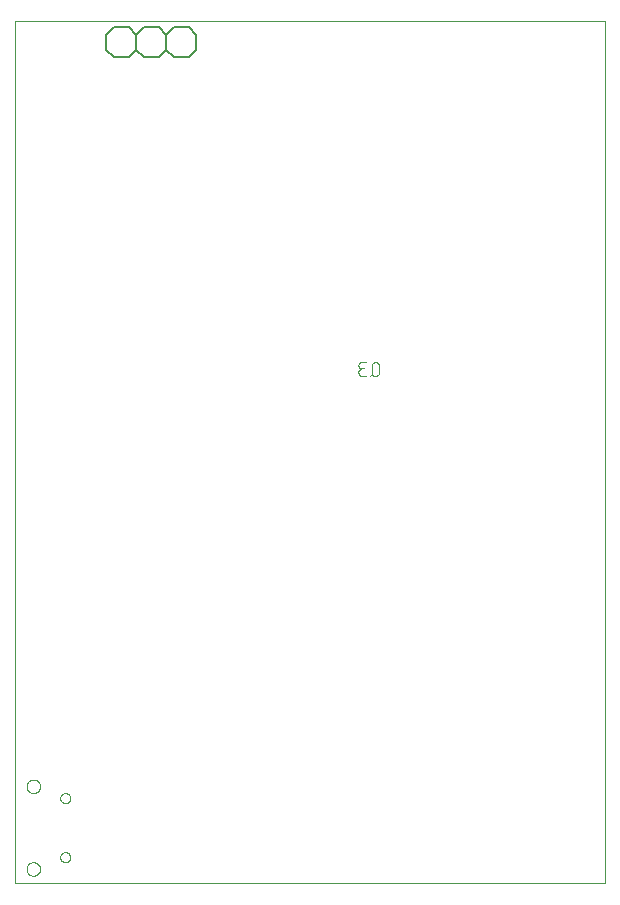
<source format=gbo>
G75*
%MOIN*%
%OFA0B0*%
%FSLAX25Y25*%
%IPPOS*%
%LPD*%
%AMOC8*
5,1,8,0,0,1.08239X$1,22.5*
%
%ADD10C,0.00000*%
%ADD11C,0.00600*%
%ADD12C,0.00400*%
D10*
X0001300Y0001300D02*
X0001300Y0288702D01*
X0198150Y0288702D01*
X0198150Y0001300D01*
X0001300Y0001300D01*
X0005228Y0006117D02*
X0005230Y0006212D01*
X0005236Y0006306D01*
X0005246Y0006401D01*
X0005260Y0006495D01*
X0005277Y0006588D01*
X0005299Y0006680D01*
X0005325Y0006771D01*
X0005354Y0006862D01*
X0005387Y0006950D01*
X0005424Y0007038D01*
X0005464Y0007124D01*
X0005508Y0007208D01*
X0005555Y0007290D01*
X0005606Y0007370D01*
X0005660Y0007448D01*
X0005718Y0007523D01*
X0005778Y0007596D01*
X0005842Y0007667D01*
X0005908Y0007735D01*
X0005977Y0007799D01*
X0006049Y0007861D01*
X0006123Y0007920D01*
X0006200Y0007976D01*
X0006279Y0008029D01*
X0006360Y0008078D01*
X0006443Y0008123D01*
X0006528Y0008166D01*
X0006615Y0008204D01*
X0006703Y0008239D01*
X0006792Y0008270D01*
X0006883Y0008298D01*
X0006975Y0008321D01*
X0007068Y0008341D01*
X0007161Y0008357D01*
X0007255Y0008369D01*
X0007350Y0008377D01*
X0007445Y0008381D01*
X0007539Y0008381D01*
X0007634Y0008377D01*
X0007729Y0008369D01*
X0007823Y0008357D01*
X0007916Y0008341D01*
X0008009Y0008321D01*
X0008101Y0008298D01*
X0008192Y0008270D01*
X0008281Y0008239D01*
X0008369Y0008204D01*
X0008456Y0008166D01*
X0008541Y0008123D01*
X0008624Y0008078D01*
X0008705Y0008029D01*
X0008784Y0007976D01*
X0008861Y0007920D01*
X0008935Y0007861D01*
X0009007Y0007799D01*
X0009076Y0007735D01*
X0009142Y0007667D01*
X0009206Y0007596D01*
X0009266Y0007523D01*
X0009324Y0007448D01*
X0009378Y0007370D01*
X0009429Y0007290D01*
X0009476Y0007208D01*
X0009520Y0007124D01*
X0009560Y0007038D01*
X0009597Y0006950D01*
X0009630Y0006862D01*
X0009659Y0006771D01*
X0009685Y0006680D01*
X0009707Y0006588D01*
X0009724Y0006495D01*
X0009738Y0006401D01*
X0009748Y0006306D01*
X0009754Y0006212D01*
X0009756Y0006117D01*
X0009754Y0006022D01*
X0009748Y0005928D01*
X0009738Y0005833D01*
X0009724Y0005739D01*
X0009707Y0005646D01*
X0009685Y0005554D01*
X0009659Y0005463D01*
X0009630Y0005372D01*
X0009597Y0005284D01*
X0009560Y0005196D01*
X0009520Y0005110D01*
X0009476Y0005026D01*
X0009429Y0004944D01*
X0009378Y0004864D01*
X0009324Y0004786D01*
X0009266Y0004711D01*
X0009206Y0004638D01*
X0009142Y0004567D01*
X0009076Y0004499D01*
X0009007Y0004435D01*
X0008935Y0004373D01*
X0008861Y0004314D01*
X0008784Y0004258D01*
X0008705Y0004205D01*
X0008624Y0004156D01*
X0008541Y0004111D01*
X0008456Y0004068D01*
X0008369Y0004030D01*
X0008281Y0003995D01*
X0008192Y0003964D01*
X0008101Y0003936D01*
X0008009Y0003913D01*
X0007916Y0003893D01*
X0007823Y0003877D01*
X0007729Y0003865D01*
X0007634Y0003857D01*
X0007539Y0003853D01*
X0007445Y0003853D01*
X0007350Y0003857D01*
X0007255Y0003865D01*
X0007161Y0003877D01*
X0007068Y0003893D01*
X0006975Y0003913D01*
X0006883Y0003936D01*
X0006792Y0003964D01*
X0006703Y0003995D01*
X0006615Y0004030D01*
X0006528Y0004068D01*
X0006443Y0004111D01*
X0006360Y0004156D01*
X0006279Y0004205D01*
X0006200Y0004258D01*
X0006123Y0004314D01*
X0006049Y0004373D01*
X0005977Y0004435D01*
X0005908Y0004499D01*
X0005842Y0004567D01*
X0005778Y0004638D01*
X0005718Y0004711D01*
X0005660Y0004786D01*
X0005606Y0004864D01*
X0005555Y0004944D01*
X0005508Y0005026D01*
X0005464Y0005110D01*
X0005424Y0005196D01*
X0005387Y0005284D01*
X0005354Y0005372D01*
X0005325Y0005463D01*
X0005299Y0005554D01*
X0005277Y0005646D01*
X0005260Y0005739D01*
X0005246Y0005833D01*
X0005236Y0005928D01*
X0005230Y0006022D01*
X0005228Y0006117D01*
X0016449Y0010054D02*
X0016451Y0010135D01*
X0016457Y0010217D01*
X0016467Y0010298D01*
X0016481Y0010378D01*
X0016498Y0010457D01*
X0016520Y0010536D01*
X0016545Y0010613D01*
X0016574Y0010690D01*
X0016607Y0010764D01*
X0016644Y0010837D01*
X0016683Y0010908D01*
X0016727Y0010977D01*
X0016773Y0011044D01*
X0016823Y0011108D01*
X0016876Y0011170D01*
X0016932Y0011230D01*
X0016990Y0011286D01*
X0017052Y0011340D01*
X0017116Y0011391D01*
X0017182Y0011438D01*
X0017250Y0011482D01*
X0017321Y0011523D01*
X0017393Y0011560D01*
X0017468Y0011594D01*
X0017543Y0011624D01*
X0017621Y0011650D01*
X0017699Y0011673D01*
X0017778Y0011691D01*
X0017858Y0011706D01*
X0017939Y0011717D01*
X0018020Y0011724D01*
X0018102Y0011727D01*
X0018183Y0011726D01*
X0018264Y0011721D01*
X0018345Y0011712D01*
X0018426Y0011699D01*
X0018506Y0011682D01*
X0018584Y0011662D01*
X0018662Y0011637D01*
X0018739Y0011609D01*
X0018814Y0011577D01*
X0018887Y0011542D01*
X0018958Y0011503D01*
X0019028Y0011460D01*
X0019095Y0011415D01*
X0019161Y0011366D01*
X0019223Y0011314D01*
X0019283Y0011258D01*
X0019340Y0011200D01*
X0019395Y0011140D01*
X0019446Y0011076D01*
X0019494Y0011011D01*
X0019539Y0010943D01*
X0019581Y0010873D01*
X0019619Y0010801D01*
X0019654Y0010727D01*
X0019685Y0010652D01*
X0019712Y0010575D01*
X0019735Y0010497D01*
X0019755Y0010418D01*
X0019771Y0010338D01*
X0019783Y0010257D01*
X0019791Y0010176D01*
X0019795Y0010095D01*
X0019795Y0010013D01*
X0019791Y0009932D01*
X0019783Y0009851D01*
X0019771Y0009770D01*
X0019755Y0009690D01*
X0019735Y0009611D01*
X0019712Y0009533D01*
X0019685Y0009456D01*
X0019654Y0009381D01*
X0019619Y0009307D01*
X0019581Y0009235D01*
X0019539Y0009165D01*
X0019494Y0009097D01*
X0019446Y0009032D01*
X0019395Y0008968D01*
X0019340Y0008908D01*
X0019283Y0008850D01*
X0019223Y0008794D01*
X0019161Y0008742D01*
X0019095Y0008693D01*
X0019028Y0008648D01*
X0018959Y0008605D01*
X0018887Y0008566D01*
X0018814Y0008531D01*
X0018739Y0008499D01*
X0018662Y0008471D01*
X0018584Y0008446D01*
X0018506Y0008426D01*
X0018426Y0008409D01*
X0018345Y0008396D01*
X0018264Y0008387D01*
X0018183Y0008382D01*
X0018102Y0008381D01*
X0018020Y0008384D01*
X0017939Y0008391D01*
X0017858Y0008402D01*
X0017778Y0008417D01*
X0017699Y0008435D01*
X0017621Y0008458D01*
X0017543Y0008484D01*
X0017468Y0008514D01*
X0017393Y0008548D01*
X0017321Y0008585D01*
X0017250Y0008626D01*
X0017182Y0008670D01*
X0017116Y0008717D01*
X0017052Y0008768D01*
X0016990Y0008822D01*
X0016932Y0008878D01*
X0016876Y0008938D01*
X0016823Y0009000D01*
X0016773Y0009064D01*
X0016727Y0009131D01*
X0016683Y0009200D01*
X0016644Y0009271D01*
X0016607Y0009344D01*
X0016574Y0009418D01*
X0016545Y0009495D01*
X0016520Y0009572D01*
X0016498Y0009651D01*
X0016481Y0009730D01*
X0016467Y0009810D01*
X0016457Y0009891D01*
X0016451Y0009973D01*
X0016449Y0010054D01*
X0016449Y0029739D02*
X0016451Y0029820D01*
X0016457Y0029902D01*
X0016467Y0029983D01*
X0016481Y0030063D01*
X0016498Y0030142D01*
X0016520Y0030221D01*
X0016545Y0030298D01*
X0016574Y0030375D01*
X0016607Y0030449D01*
X0016644Y0030522D01*
X0016683Y0030593D01*
X0016727Y0030662D01*
X0016773Y0030729D01*
X0016823Y0030793D01*
X0016876Y0030855D01*
X0016932Y0030915D01*
X0016990Y0030971D01*
X0017052Y0031025D01*
X0017116Y0031076D01*
X0017182Y0031123D01*
X0017250Y0031167D01*
X0017321Y0031208D01*
X0017393Y0031245D01*
X0017468Y0031279D01*
X0017543Y0031309D01*
X0017621Y0031335D01*
X0017699Y0031358D01*
X0017778Y0031376D01*
X0017858Y0031391D01*
X0017939Y0031402D01*
X0018020Y0031409D01*
X0018102Y0031412D01*
X0018183Y0031411D01*
X0018264Y0031406D01*
X0018345Y0031397D01*
X0018426Y0031384D01*
X0018506Y0031367D01*
X0018584Y0031347D01*
X0018662Y0031322D01*
X0018739Y0031294D01*
X0018814Y0031262D01*
X0018887Y0031227D01*
X0018958Y0031188D01*
X0019028Y0031145D01*
X0019095Y0031100D01*
X0019161Y0031051D01*
X0019223Y0030999D01*
X0019283Y0030943D01*
X0019340Y0030885D01*
X0019395Y0030825D01*
X0019446Y0030761D01*
X0019494Y0030696D01*
X0019539Y0030628D01*
X0019581Y0030558D01*
X0019619Y0030486D01*
X0019654Y0030412D01*
X0019685Y0030337D01*
X0019712Y0030260D01*
X0019735Y0030182D01*
X0019755Y0030103D01*
X0019771Y0030023D01*
X0019783Y0029942D01*
X0019791Y0029861D01*
X0019795Y0029780D01*
X0019795Y0029698D01*
X0019791Y0029617D01*
X0019783Y0029536D01*
X0019771Y0029455D01*
X0019755Y0029375D01*
X0019735Y0029296D01*
X0019712Y0029218D01*
X0019685Y0029141D01*
X0019654Y0029066D01*
X0019619Y0028992D01*
X0019581Y0028920D01*
X0019539Y0028850D01*
X0019494Y0028782D01*
X0019446Y0028717D01*
X0019395Y0028653D01*
X0019340Y0028593D01*
X0019283Y0028535D01*
X0019223Y0028479D01*
X0019161Y0028427D01*
X0019095Y0028378D01*
X0019028Y0028333D01*
X0018959Y0028290D01*
X0018887Y0028251D01*
X0018814Y0028216D01*
X0018739Y0028184D01*
X0018662Y0028156D01*
X0018584Y0028131D01*
X0018506Y0028111D01*
X0018426Y0028094D01*
X0018345Y0028081D01*
X0018264Y0028072D01*
X0018183Y0028067D01*
X0018102Y0028066D01*
X0018020Y0028069D01*
X0017939Y0028076D01*
X0017858Y0028087D01*
X0017778Y0028102D01*
X0017699Y0028120D01*
X0017621Y0028143D01*
X0017543Y0028169D01*
X0017468Y0028199D01*
X0017393Y0028233D01*
X0017321Y0028270D01*
X0017250Y0028311D01*
X0017182Y0028355D01*
X0017116Y0028402D01*
X0017052Y0028453D01*
X0016990Y0028507D01*
X0016932Y0028563D01*
X0016876Y0028623D01*
X0016823Y0028685D01*
X0016773Y0028749D01*
X0016727Y0028816D01*
X0016683Y0028885D01*
X0016644Y0028956D01*
X0016607Y0029029D01*
X0016574Y0029103D01*
X0016545Y0029180D01*
X0016520Y0029257D01*
X0016498Y0029336D01*
X0016481Y0029415D01*
X0016467Y0029495D01*
X0016457Y0029576D01*
X0016451Y0029658D01*
X0016449Y0029739D01*
X0005228Y0033676D02*
X0005230Y0033771D01*
X0005236Y0033865D01*
X0005246Y0033960D01*
X0005260Y0034054D01*
X0005277Y0034147D01*
X0005299Y0034239D01*
X0005325Y0034330D01*
X0005354Y0034421D01*
X0005387Y0034509D01*
X0005424Y0034597D01*
X0005464Y0034683D01*
X0005508Y0034767D01*
X0005555Y0034849D01*
X0005606Y0034929D01*
X0005660Y0035007D01*
X0005718Y0035082D01*
X0005778Y0035155D01*
X0005842Y0035226D01*
X0005908Y0035294D01*
X0005977Y0035358D01*
X0006049Y0035420D01*
X0006123Y0035479D01*
X0006200Y0035535D01*
X0006279Y0035588D01*
X0006360Y0035637D01*
X0006443Y0035682D01*
X0006528Y0035725D01*
X0006615Y0035763D01*
X0006703Y0035798D01*
X0006792Y0035829D01*
X0006883Y0035857D01*
X0006975Y0035880D01*
X0007068Y0035900D01*
X0007161Y0035916D01*
X0007255Y0035928D01*
X0007350Y0035936D01*
X0007445Y0035940D01*
X0007539Y0035940D01*
X0007634Y0035936D01*
X0007729Y0035928D01*
X0007823Y0035916D01*
X0007916Y0035900D01*
X0008009Y0035880D01*
X0008101Y0035857D01*
X0008192Y0035829D01*
X0008281Y0035798D01*
X0008369Y0035763D01*
X0008456Y0035725D01*
X0008541Y0035682D01*
X0008624Y0035637D01*
X0008705Y0035588D01*
X0008784Y0035535D01*
X0008861Y0035479D01*
X0008935Y0035420D01*
X0009007Y0035358D01*
X0009076Y0035294D01*
X0009142Y0035226D01*
X0009206Y0035155D01*
X0009266Y0035082D01*
X0009324Y0035007D01*
X0009378Y0034929D01*
X0009429Y0034849D01*
X0009476Y0034767D01*
X0009520Y0034683D01*
X0009560Y0034597D01*
X0009597Y0034509D01*
X0009630Y0034421D01*
X0009659Y0034330D01*
X0009685Y0034239D01*
X0009707Y0034147D01*
X0009724Y0034054D01*
X0009738Y0033960D01*
X0009748Y0033865D01*
X0009754Y0033771D01*
X0009756Y0033676D01*
X0009754Y0033581D01*
X0009748Y0033487D01*
X0009738Y0033392D01*
X0009724Y0033298D01*
X0009707Y0033205D01*
X0009685Y0033113D01*
X0009659Y0033022D01*
X0009630Y0032931D01*
X0009597Y0032843D01*
X0009560Y0032755D01*
X0009520Y0032669D01*
X0009476Y0032585D01*
X0009429Y0032503D01*
X0009378Y0032423D01*
X0009324Y0032345D01*
X0009266Y0032270D01*
X0009206Y0032197D01*
X0009142Y0032126D01*
X0009076Y0032058D01*
X0009007Y0031994D01*
X0008935Y0031932D01*
X0008861Y0031873D01*
X0008784Y0031817D01*
X0008705Y0031764D01*
X0008624Y0031715D01*
X0008541Y0031670D01*
X0008456Y0031627D01*
X0008369Y0031589D01*
X0008281Y0031554D01*
X0008192Y0031523D01*
X0008101Y0031495D01*
X0008009Y0031472D01*
X0007916Y0031452D01*
X0007823Y0031436D01*
X0007729Y0031424D01*
X0007634Y0031416D01*
X0007539Y0031412D01*
X0007445Y0031412D01*
X0007350Y0031416D01*
X0007255Y0031424D01*
X0007161Y0031436D01*
X0007068Y0031452D01*
X0006975Y0031472D01*
X0006883Y0031495D01*
X0006792Y0031523D01*
X0006703Y0031554D01*
X0006615Y0031589D01*
X0006528Y0031627D01*
X0006443Y0031670D01*
X0006360Y0031715D01*
X0006279Y0031764D01*
X0006200Y0031817D01*
X0006123Y0031873D01*
X0006049Y0031932D01*
X0005977Y0031994D01*
X0005908Y0032058D01*
X0005842Y0032126D01*
X0005778Y0032197D01*
X0005718Y0032270D01*
X0005660Y0032345D01*
X0005606Y0032423D01*
X0005555Y0032503D01*
X0005508Y0032585D01*
X0005464Y0032669D01*
X0005424Y0032755D01*
X0005387Y0032843D01*
X0005354Y0032931D01*
X0005325Y0033022D01*
X0005299Y0033113D01*
X0005277Y0033205D01*
X0005260Y0033298D01*
X0005246Y0033392D01*
X0005236Y0033487D01*
X0005230Y0033581D01*
X0005228Y0033676D01*
D11*
X0034274Y0276613D02*
X0039274Y0276613D01*
X0041774Y0279113D01*
X0044274Y0276613D01*
X0049274Y0276613D01*
X0051774Y0279113D01*
X0054274Y0276613D01*
X0059274Y0276613D01*
X0061774Y0279113D01*
X0061774Y0284113D01*
X0059274Y0286613D01*
X0054274Y0286613D01*
X0051774Y0284113D01*
X0049274Y0286613D01*
X0044274Y0286613D01*
X0041774Y0284113D01*
X0039274Y0286613D01*
X0034274Y0286613D01*
X0031774Y0284113D01*
X0031774Y0279113D01*
X0034274Y0276613D01*
X0041774Y0279113D02*
X0041774Y0284113D01*
X0051774Y0284113D02*
X0051774Y0279113D01*
D12*
X0116853Y0175017D02*
X0118386Y0175017D01*
X0116853Y0175017D02*
X0116790Y0175015D01*
X0116727Y0175009D01*
X0116665Y0175000D01*
X0116604Y0174986D01*
X0116543Y0174969D01*
X0116484Y0174948D01*
X0116426Y0174923D01*
X0116369Y0174895D01*
X0116315Y0174864D01*
X0116263Y0174829D01*
X0116212Y0174791D01*
X0116164Y0174750D01*
X0116119Y0174706D01*
X0116077Y0174660D01*
X0116037Y0174611D01*
X0116001Y0174560D01*
X0115968Y0174506D01*
X0115938Y0174451D01*
X0115912Y0174393D01*
X0115889Y0174335D01*
X0115870Y0174275D01*
X0115855Y0174214D01*
X0115843Y0174152D01*
X0115835Y0174089D01*
X0115831Y0174026D01*
X0115831Y0173964D01*
X0115835Y0173901D01*
X0115843Y0173838D01*
X0115855Y0173776D01*
X0115870Y0173715D01*
X0115889Y0173655D01*
X0115912Y0173597D01*
X0115938Y0173539D01*
X0115968Y0173484D01*
X0116001Y0173430D01*
X0116037Y0173379D01*
X0116077Y0173330D01*
X0116119Y0173284D01*
X0116164Y0173240D01*
X0116212Y0173199D01*
X0116263Y0173161D01*
X0116315Y0173126D01*
X0116369Y0173095D01*
X0116426Y0173067D01*
X0116484Y0173042D01*
X0116543Y0173021D01*
X0116604Y0173004D01*
X0116665Y0172990D01*
X0116727Y0172981D01*
X0116790Y0172975D01*
X0116853Y0172973D01*
X0117875Y0172973D01*
X0117108Y0172973D02*
X0117038Y0172971D01*
X0116967Y0172965D01*
X0116898Y0172956D01*
X0116829Y0172942D01*
X0116760Y0172925D01*
X0116693Y0172904D01*
X0116627Y0172879D01*
X0116563Y0172851D01*
X0116500Y0172819D01*
X0116439Y0172784D01*
X0116380Y0172745D01*
X0116323Y0172704D01*
X0116269Y0172659D01*
X0116217Y0172611D01*
X0116168Y0172561D01*
X0116121Y0172507D01*
X0116078Y0172452D01*
X0116038Y0172394D01*
X0116001Y0172334D01*
X0115968Y0172272D01*
X0115938Y0172208D01*
X0115911Y0172143D01*
X0115888Y0172077D01*
X0115869Y0172009D01*
X0115854Y0171940D01*
X0115842Y0171871D01*
X0115834Y0171801D01*
X0115830Y0171730D01*
X0115830Y0171660D01*
X0115834Y0171589D01*
X0115842Y0171519D01*
X0115854Y0171450D01*
X0115869Y0171381D01*
X0115888Y0171313D01*
X0115911Y0171247D01*
X0115938Y0171182D01*
X0115968Y0171118D01*
X0116001Y0171056D01*
X0116038Y0170996D01*
X0116078Y0170938D01*
X0116121Y0170883D01*
X0116168Y0170829D01*
X0116217Y0170779D01*
X0116269Y0170731D01*
X0116323Y0170686D01*
X0116380Y0170645D01*
X0116439Y0170606D01*
X0116500Y0170571D01*
X0116563Y0170539D01*
X0116627Y0170511D01*
X0116693Y0170486D01*
X0116760Y0170465D01*
X0116829Y0170448D01*
X0116898Y0170434D01*
X0116967Y0170425D01*
X0117038Y0170419D01*
X0117108Y0170417D01*
X0118386Y0170417D01*
X0119707Y0170417D02*
X0120729Y0171440D01*
X0120218Y0171695D02*
X0120218Y0173740D01*
X0120217Y0173740D02*
X0120219Y0173810D01*
X0120225Y0173881D01*
X0120234Y0173950D01*
X0120248Y0174019D01*
X0120265Y0174088D01*
X0120286Y0174155D01*
X0120311Y0174221D01*
X0120339Y0174285D01*
X0120371Y0174348D01*
X0120406Y0174409D01*
X0120445Y0174468D01*
X0120486Y0174525D01*
X0120531Y0174579D01*
X0120579Y0174631D01*
X0120629Y0174680D01*
X0120683Y0174727D01*
X0120738Y0174770D01*
X0120796Y0174810D01*
X0120856Y0174847D01*
X0120918Y0174880D01*
X0120982Y0174910D01*
X0121047Y0174937D01*
X0121113Y0174960D01*
X0121181Y0174979D01*
X0121250Y0174994D01*
X0121319Y0175006D01*
X0121389Y0175014D01*
X0121460Y0175018D01*
X0121530Y0175018D01*
X0121601Y0175014D01*
X0121671Y0175006D01*
X0121740Y0174994D01*
X0121809Y0174979D01*
X0121877Y0174960D01*
X0121943Y0174937D01*
X0122008Y0174910D01*
X0122072Y0174880D01*
X0122134Y0174847D01*
X0122194Y0174810D01*
X0122252Y0174770D01*
X0122307Y0174727D01*
X0122361Y0174680D01*
X0122411Y0174631D01*
X0122459Y0174579D01*
X0122504Y0174525D01*
X0122545Y0174468D01*
X0122584Y0174409D01*
X0122619Y0174348D01*
X0122651Y0174285D01*
X0122679Y0174221D01*
X0122704Y0174155D01*
X0122725Y0174088D01*
X0122742Y0174019D01*
X0122756Y0173950D01*
X0122765Y0173881D01*
X0122771Y0173810D01*
X0122773Y0173740D01*
X0122773Y0171695D01*
X0122771Y0171625D01*
X0122765Y0171554D01*
X0122756Y0171485D01*
X0122742Y0171416D01*
X0122725Y0171347D01*
X0122704Y0171280D01*
X0122679Y0171214D01*
X0122651Y0171150D01*
X0122619Y0171087D01*
X0122584Y0171026D01*
X0122545Y0170967D01*
X0122504Y0170910D01*
X0122459Y0170856D01*
X0122411Y0170804D01*
X0122361Y0170755D01*
X0122307Y0170708D01*
X0122252Y0170665D01*
X0122194Y0170625D01*
X0122134Y0170588D01*
X0122072Y0170555D01*
X0122008Y0170525D01*
X0121943Y0170498D01*
X0121877Y0170475D01*
X0121809Y0170456D01*
X0121740Y0170441D01*
X0121671Y0170429D01*
X0121601Y0170421D01*
X0121530Y0170417D01*
X0121460Y0170417D01*
X0121389Y0170421D01*
X0121319Y0170429D01*
X0121250Y0170441D01*
X0121181Y0170456D01*
X0121113Y0170475D01*
X0121047Y0170498D01*
X0120982Y0170525D01*
X0120918Y0170555D01*
X0120856Y0170588D01*
X0120796Y0170625D01*
X0120738Y0170665D01*
X0120683Y0170708D01*
X0120629Y0170755D01*
X0120579Y0170804D01*
X0120531Y0170856D01*
X0120486Y0170910D01*
X0120445Y0170967D01*
X0120406Y0171026D01*
X0120371Y0171087D01*
X0120339Y0171150D01*
X0120311Y0171214D01*
X0120286Y0171280D01*
X0120265Y0171347D01*
X0120248Y0171416D01*
X0120234Y0171485D01*
X0120225Y0171554D01*
X0120219Y0171625D01*
X0120217Y0171695D01*
M02*

</source>
